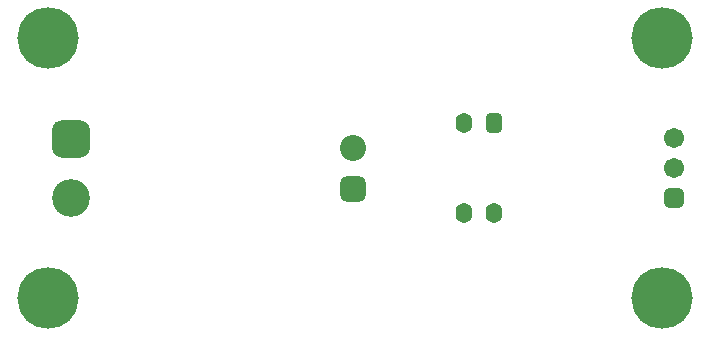
<source format=gbs>
G04*
G04 #@! TF.GenerationSoftware,Altium Limited,Altium Designer,21.2.1 (34)*
G04*
G04 Layer_Color=16711935*
%FSTAX24Y24*%
%MOIN*%
G70*
G04*
G04 #@! TF.SameCoordinates,4D214268-C68C-41DA-8F6C-8B02532A8417*
G04*
G04*
G04 #@! TF.FilePolarity,Negative*
G04*
G01*
G75*
%ADD27O,0.0552X0.0671*%
G04:AMPARAMS|DCode=28|XSize=67.1mil|YSize=55.2mil|CornerRadius=15.8mil|HoleSize=0mil|Usage=FLASHONLY|Rotation=270.000|XOffset=0mil|YOffset=0mil|HoleType=Round|Shape=RoundedRectangle|*
%AMROUNDEDRECTD28*
21,1,0.0671,0.0236,0,0,270.0*
21,1,0.0354,0.0552,0,0,270.0*
1,1,0.0316,-0.0118,-0.0177*
1,1,0.0316,-0.0118,0.0177*
1,1,0.0316,0.0118,0.0177*
1,1,0.0316,0.0118,-0.0177*
%
%ADD28ROUNDEDRECTD28*%
G04:AMPARAMS|DCode=29|XSize=126.1mil|YSize=126.1mil|CornerRadius=33.5mil|HoleSize=0mil|Usage=FLASHONLY|Rotation=90.000|XOffset=0mil|YOffset=0mil|HoleType=Round|Shape=RoundedRectangle|*
%AMROUNDEDRECTD29*
21,1,0.1261,0.0591,0,0,90.0*
21,1,0.0591,0.1261,0,0,90.0*
1,1,0.0671,0.0295,0.0295*
1,1,0.0671,0.0295,-0.0295*
1,1,0.0671,-0.0295,-0.0295*
1,1,0.0671,-0.0295,0.0295*
%
%ADD29ROUNDEDRECTD29*%
%ADD30C,0.1261*%
G04:AMPARAMS|DCode=31|XSize=86.7mil|YSize=86.7mil|CornerRadius=23.7mil|HoleSize=0mil|Usage=FLASHONLY|Rotation=270.000|XOffset=0mil|YOffset=0mil|HoleType=Round|Shape=RoundedRectangle|*
%AMROUNDEDRECTD31*
21,1,0.0867,0.0394,0,0,270.0*
21,1,0.0394,0.0867,0,0,270.0*
1,1,0.0474,-0.0197,-0.0197*
1,1,0.0474,-0.0197,0.0197*
1,1,0.0474,0.0197,0.0197*
1,1,0.0474,0.0197,-0.0197*
%
%ADD31ROUNDEDRECTD31*%
%ADD32C,0.0867*%
%ADD33C,0.0671*%
G04:AMPARAMS|DCode=34|XSize=67.1mil|YSize=67.1mil|CornerRadius=18.8mil|HoleSize=0mil|Usage=FLASHONLY|Rotation=90.000|XOffset=0mil|YOffset=0mil|HoleType=Round|Shape=RoundedRectangle|*
%AMROUNDEDRECTD34*
21,1,0.0671,0.0295,0,0,90.0*
21,1,0.0295,0.0671,0,0,90.0*
1,1,0.0375,0.0148,0.0148*
1,1,0.0375,0.0148,-0.0148*
1,1,0.0375,-0.0148,-0.0148*
1,1,0.0375,-0.0148,0.0148*
%
%ADD34ROUNDEDRECTD34*%
%ADD35C,0.2049*%
D27*
X044004Y03787D02*
D03*
X043004D02*
D03*
Y04087D02*
D03*
D28*
X044004D02*
D03*
D29*
X029921Y040354D02*
D03*
D30*
Y038386D02*
D03*
D31*
X039298Y038681D02*
D03*
D32*
Y040059D02*
D03*
D33*
X05Y04037D02*
D03*
Y03937D02*
D03*
D34*
Y03837D02*
D03*
D35*
X029134Y035039D02*
D03*
X029134Y043701D02*
D03*
X049606Y043701D02*
D03*
Y035039D02*
D03*
M02*

</source>
